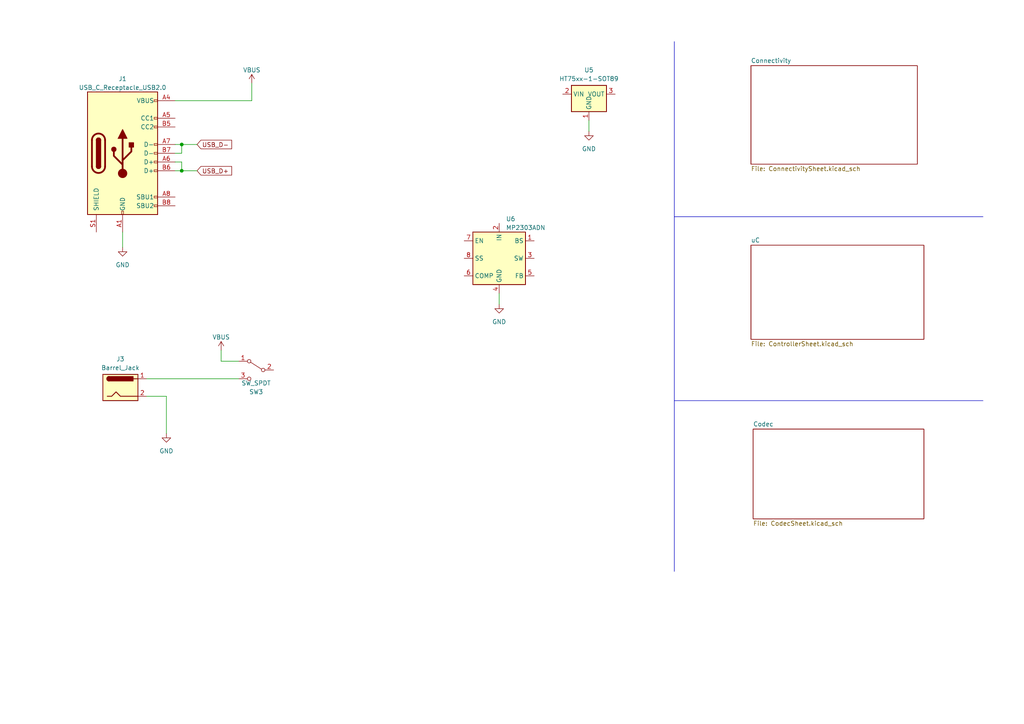
<source format=kicad_sch>
(kicad_sch (version 20230121) (generator eeschema)
  (paper "A4")
  (title_block (title "Effects Paddle") (date "2023-07-01") (rev "0.1") (company "Selbstständig"))
  (lib_symbols
    (symbol "Connector:Barrel_Jack" (pin_names (offset 1.016))
      (property "Reference" "J" (at 0 5.334 0))
      (property "Value" "Barrel_Jack" (at 0 -5.08 0))
      (symbol "Barrel_Jack_0_1"
        (rectangle (start -5.08 3.81) (end 5.08 -3.81) (stroke (width 0.254)) (fill (type background)))
        (arc (start -3.302 3.175) (mid -3.9343 2.54) (end -3.302 1.905) (stroke (width 0.254)))
        (arc (start -3.302 3.175) (mid -3.9343 2.54) (end -3.302 1.905) (stroke (width 0.254)) (fill (type outline)))
        (polyline (pts (xy 5.08 2.54) (xy 3.81 2.54)) (stroke (width 0.254)))
        (polyline (pts (xy -3.81 -2.54) (xy -2.54 -2.54) (xy -1.27 -1.27) (xy 0 -2.54) (xy 2.54 -2.54) (xy 5.08 -2.54)) (stroke (width 0.254)))
        (rectangle (start 3.683 3.175) (end -3.302 1.905) (stroke (width 0.254)) (fill (type outline)))
      )
      (symbol "Barrel_Jack_1_1"
        (pin passive line (at 7.62 2.54 180) (length 2.54) (name "~") (number "1"))
        (pin passive line (at 7.62 -2.54 180) (length 2.54) (name "~") (number "2"))
      )
    )
    (symbol "Connector:USB_C_Receptacle_USB2.0" (pin_names (offset 1.016))
      (property "Reference" "J" (at -10.16 19.05 0))
      (property "Value" "USB_C_Receptacle_USB2.0" (at 19.05 19.05 0))
      (symbol "USB_C_Receptacle_USB2.0_0_0"
        (rectangle (start -0.254 -17.78) (end 0.254 -16.764))
        (rectangle (start 10.16 -14.986) (end 9.144 -15.494))
        (rectangle (start 10.16 -12.446) (end 9.144 -12.954))
        (rectangle (start 10.16 -4.826) (end 9.144 -5.334))
        (rectangle (start 10.16 -2.286) (end 9.144 -2.794))
        (rectangle (start 10.16 0.254) (end 9.144 -0.254))
        (rectangle (start 10.16 2.794) (end 9.144 2.286))
        (rectangle (start 10.16 7.874) (end 9.144 7.366))
        (rectangle (start 10.16 10.414) (end 9.144 9.906))
        (rectangle (start 10.16 15.494) (end 9.144 14.986))
      )
      (symbol "USB_C_Receptacle_USB2.0_0_1"
        (rectangle (start -10.16 17.78) (end 10.16 -17.78) (stroke (width 0.254)) (fill (type background)))
        (arc (start -8.89 -3.81) (mid -6.985 -5.7067) (end -5.08 -3.81) (stroke (width 0.508)))
        (arc (start -7.62 -3.81) (mid -6.985 -4.4423) (end -6.35 -3.81) (stroke (width 0.254)))
        (arc (start -7.62 -3.81) (mid -6.985 -4.4423) (end -6.35 -3.81) (stroke (width 0.254)) (fill (type outline)))
        (rectangle (start -7.62 -3.81) (end -6.35 3.81) (stroke (width 0.254)) (fill (type outline)))
        (arc (start -6.35 3.81) (mid -6.985 4.4423) (end -7.62 3.81) (stroke (width 0.254)))
        (arc (start -6.35 3.81) (mid -6.985 4.4423) (end -7.62 3.81) (stroke (width 0.254)) (fill (type outline)))
        (arc (start -5.08 3.81) (mid -6.985 5.7067) (end -8.89 3.81) (stroke (width 0.508)))
        (circle (center -2.54 1.143) (radius 0.635) (stroke (width 0.254)) (fill (type outline)))
        (circle (center 0 -5.842) (radius 1.27) (fill (type outline)))
        (polyline (pts (xy -8.89 -3.81) (xy -8.89 3.81)) (stroke (width 0.508)))
        (polyline (pts (xy -5.08 3.81) (xy -5.08 -3.81)) (stroke (width 0.508)))
        (polyline (pts (xy 0 -5.842) (xy 0 4.318)) (stroke (width 0.508)))
        (polyline (pts (xy 0 -3.302) (xy -2.54 -0.762) (xy -2.54 0.508)) (stroke (width 0.508)))
        (polyline (pts (xy 0 -2.032) (xy 2.54 0.508) (xy 2.54 1.778)) (stroke (width 0.508)))
        (polyline (pts (xy -1.27 4.318) (xy 0 6.858) (xy 1.27 4.318) (xy -1.27 4.318)) (stroke (width 0.254)) (fill (type outline)))
        (rectangle (start 1.905 1.778) (end 3.175 3.048) (stroke (width 0.254)) (fill (type outline)))
      )
      (symbol "USB_C_Receptacle_USB2.0_1_1"
        (pin passive line (at 0 -22.86 90) (length 5.08) (name "GND") (number "A1"))
        (pin passive line (at 0 -22.86 90) (length 5.08) hide (name "GND") (number "A12"))
        (pin passive line (at 15.24 15.24 180) (length 5.08) (name "VBUS") (number "A4"))
        (pin bidirectional line (at 15.24 10.16 180) (length 5.08) (name "CC1") (number "A5"))
        (pin bidirectional line (at 15.24 -2.54 180) (length 5.08) (name "D+") (number "A6"))
        (pin bidirectional line (at 15.24 2.54 180) (length 5.08) (name "D-") (number "A7"))
        (pin bidirectional line (at 15.24 -12.7 180) (length 5.08) (name "SBU1") (number "A8"))
        (pin passive line (at 15.24 15.24 180) (length 5.08) hide (name "VBUS") (number "A9"))
        (pin passive line (at 0 -22.86 90) (length 5.08) hide (name "GND") (number "B1"))
        (pin passive line (at 0 -22.86 90) (length 5.08) hide (name "GND") (number "B12"))
        (pin passive line (at 15.24 15.24 180) (length 5.08) hide (name "VBUS") (number "B4"))
        (pin bidirectional line (at 15.24 7.62 180) (length 5.08) (name "CC2") (number "B5"))
        (pin bidirectional line (at 15.24 -5.08 180) (length 5.08) (name "D+") (number "B6"))
        (pin bidirectional line (at 15.24 0 180) (length 5.08) (name "D-") (number "B7"))
        (pin bidirectional line (at 15.24 -15.24 180) (length 5.08) (name "SBU2") (number "B8"))
        (pin passive line (at 15.24 15.24 180) (length 5.08) hide (name "VBUS") (number "B9"))
        (pin passive line (at -7.62 -22.86 90) (length 5.08) (name "SHIELD") (number "S1"))
      )
    )
    (symbol "Regulator_Linear:HT75xx-1-SOT89"
      (property "Reference" "U" (at -5.08 -3.81 0))
      (property "Value" "HT75xx-1-SOT89" (at 0 6.35 0))
      (symbol "HT75xx-1-SOT89_0_1"
        (rectangle (start -5.08 5.08) (end 5.08 -2.54) (stroke (width 0.254)) (fill (type background)))
      )
      (symbol "HT75xx-1-SOT89_1_1"
        (pin power_in line (at 0 -5.08 90) (length 2.54) (name "GND") (number "1"))
        (pin power_in line (at -7.62 2.54 0) (length 2.54) (name "VIN") (number "2"))
        (pin power_out line (at 7.62 2.54 180) (length 2.54) (name "VOUT") (number "3"))
      )
    )
    (symbol "Regulator_Switching:MP2303ADN"
      (property "Reference" "U" (at -7.366 8.636 0))
      (property "Value" "MP2303ADN" (at 7.62 8.89 0))
      (symbol "MP2303ADN_0_1"
        (rectangle (start -7.62 7.62) (end 7.62 -7.62) (stroke (width 0.254)) (fill (type background)))
      )
      (symbol "MP2303ADN_1_1"
        (pin passive line (at 10.16 5.08 180) (length 2.54) (name "BS") (number "1"))
        (pin power_in line (at 0 10.16 270) (length 2.54) (name "IN") (number "2"))
        (pin output line (at 10.16 0 180) (length 2.54) (name "SW") (number "3"))
        (pin power_in line (at 0 -10.16 90) (length 2.54) (name "GND") (number "4"))
        (pin input line (at 10.16 -5.08 180) (length 2.54) (name "FB") (number "5"))
        (pin passive line (at -10.16 -5.08 0) (length 2.54) (name "COMP") (number "6"))
        (pin input line (at -10.16 5.08 0) (length 2.54) (name "EN") (number "7"))
        (pin input line (at -10.16 0 0) (length 2.54) (name "SS") (number "8"))
      )
    )
    (symbol "Switch:SW_SPDT" (pin_names (offset 0) hide)
      (property "Reference" "SW" (at 0 4.318 0))
      (property "Value" "SW_SPDT" (at 0 -5.08 0))
      (symbol "SW_SPDT_0_0"
        (circle (center -2.032 0) (radius 0.508))
        (circle (center 2.032 -2.54) (radius 0.508))
      )
      (symbol "SW_SPDT_0_1"
        (polyline (pts (xy -1.524 0.254) (xy 1.651 2.286)))
        (circle (center 2.032 2.54) (radius 0.508))
      )
      (symbol "SW_SPDT_1_1"
        (pin passive line (at 5.08 2.54 180) (length 2.54) (name "A") (number "1"))
        (pin passive line (at -5.08 0 0) (length 2.54) (name "B") (number "2"))
        (pin passive line (at 5.08 -2.54 180) (length 2.54) (name "C") (number "3"))
      )
    )
    (symbol "power:GND" (power) (pin_names (offset 0))
      (property "Value" "GND" (at 0 -3.81 0))
      (symbol "GND_0_1"
        (polyline (pts (xy 0 0) (xy 0 -1.27) (xy 1.27 -1.27) (xy 0 -2.54) (xy -1.27 -1.27) (xy 0 -1.27)))
      )
      (symbol "GND_1_1"
        (pin power_in line (at 0 0 270) (length 0) hide (name "GND") (number "1"))
      )
    )
    (symbol "power:VBUS" (power) (pin_names (offset 0))
      (property "Value" "VBUS" (at 0 3.81 0))
      (symbol "VBUS_0_1"
        (polyline (pts (xy -0.762 1.27) (xy 0 2.54)))
        (polyline (pts (xy 0 0) (xy 0 2.54)))
        (polyline (pts (xy 0 2.54) (xy 0.762 1.27)))
      )
      (symbol "VBUS_1_1"
        (pin power_in line (at 0 0 90) (length 0) hide (name "VBUS") (number "1"))
      )
    )
  )
  (junction (at 52.705 49.53))
  (junction (at 52.705 41.91))
  (wire (pts (xy 144.78 88.265) (xy 144.78 85.09)))
  (wire (pts (xy 52.705 41.91) (xy 57.15 41.91)))
  (wire (pts (xy 52.705 41.91) (xy 52.705 44.45)))
  (wire (pts (xy 52.705 46.99) (xy 52.705 49.53)))
  (wire (pts (xy 42.545 109.855) (xy 69.215 109.855)))
  (polyline (pts (xy 195.58 116.205) (xy 285.115 116.205)))
  (polyline (pts (xy 195.58 62.865) (xy 285.115 62.865)))
  (wire (pts (xy 52.705 49.53) (xy 50.8 49.53)))
  (wire (pts (xy 64.135 104.775) (xy 69.215 104.775)))
  (wire (pts (xy 52.705 44.45) (xy 50.8 44.45)))
  (wire (pts (xy 48.26 125.73) (xy 48.26 114.935)))
  (wire (pts (xy 50.8 46.99) (xy 52.705 46.99)))
  (wire (pts (xy 57.15 49.53) (xy 52.705 49.53)))
  (wire (pts (xy 73.025 24.13) (xy 73.025 29.21)))
  (wire (pts (xy 64.135 101.6) (xy 64.135 104.775)))
  (wire (pts (xy 73.025 29.21) (xy 50.8 29.21)))
  (wire (pts (xy 48.26 114.935) (xy 42.545 114.935)))
  (wire (pts (xy 50.8 41.91) (xy 52.705 41.91)))
  (wire (pts (xy 170.815 34.925) (xy 170.815 38.1)))
  (wire (pts (xy 35.56 67.31) (xy 35.56 71.755)))
  (polyline (pts (xy 195.58 12.065) (xy 195.58 165.735)))
  (global_label "USB_D+" (shape input) (at 57.15 49.53 0) (property "Intersheetrefs" "${INTERSHEET_REFS}" (effects hide)))
  (global_label "USB_D-" (shape input) (at 57.15 41.91 0) (property "Intersheetrefs" "${INTERSHEET_REFS}" (effects hide)))
  (symbol (lib_id "power:VBUS") (at 73.025 24.13 0) (unit 1)
    (property "Reference" "#PWR011" (effects hide))
    (property "Value" "VBUS" (at 73.025 20.32 0))
  )
  (symbol (lib_id "power:GND") (at 144.78 88.265 0) (unit 1)
    (property "Reference" "#PWR014" (effects hide))
    (property "Value" "GND" (at 144.78 93.345 0))
  )
  (symbol (lib_id "Switch:SW_SPDT") (at 74.295 107.315 0) (mirror y) (unit 1)
    (property "Reference" "SW3" (at 74.295 113.665 0))
    (property "Value" "SW_SPDT" (at 74.295 111.125 0))
    (property "Sim.Enable" "0" (effects hide))
  )
  (symbol (lib_id "Regulator_Linear:HT75xx-1-SOT89") (at 170.815 29.845 0) (unit 1)
    (property "Reference" "U5" (at 170.815 20.32 0))
    (property "Value" "HT75xx-1-SOT89" (at 170.815 22.86 0))
    (property "Footprint" "Package_TO_SOT_SMD:SOT-89-3" (effects hide))
    (property "Datasheet" "https://www.holtek.com/documents/10179/116711/HT75xx-1v250.pdf" (effects hide))
    (property "Sim.Enable" "0" (effects hide))
  )
  (symbol (lib_id "Connector:Barrel_Jack") (at 34.925 112.395 0) (unit 1)
    (property "Reference" "J3" (at 34.925 104.14 0))
    (property "Value" "Barrel_Jack" (at 34.925 106.68 0))
    (property "Sim.Enable" "0" (effects hide))
  )
  (symbol (lib_id "power:GND") (at 35.56 71.755 0) (unit 1)
    (property "Reference" "#PWR016" (effects hide))
    (property "Value" "GND" (at 35.56 76.835 0))
  )
  (symbol (lib_id "power:GND") (at 170.815 38.1 0) (unit 1)
    (property "Reference" "#PWR015" (effects hide))
    (property "Value" "GND" (at 170.815 43.18 0))
  )
  (symbol (lib_id "Regulator_Switching:MP2303ADN") (at 144.78 74.93 0) (unit 1)
    (property "Reference" "U6" (at 146.7359 63.5 0) (effects (justify left)))
    (property "Value" "MP2303ADN" (at 146.7359 66.04 0) (effects (justify left)))
    (property "Footprint" "Package_SO:SOIC-8-1EP_3.9x4.9mm_P1.27mm_EP2.62x3.51mm" (effects hide))
    (property "Datasheet" "https://www.monolithicpower.com/pub/media/document/MP2303A_r1.1.pdf" (effects hide))
    (property "Sim.Enable" "0" (effects hide))
  )
  (symbol (lib_id "power:VBUS") (at 64.135 101.6 0) (unit 1)
    (property "Reference" "#PWR012" (effects hide))
    (property "Value" "VBUS" (at 64.135 97.79 0))
  )
  (symbol (lib_id "Connector:USB_C_Receptacle_USB2.0") (at 35.56 44.45 0) (unit 1)
    (property "Reference" "J1" (at 35.56 22.86 0))
    (property "Value" "USB_C_Receptacle_USB2.0" (at 35.56 25.4 0))
    (property "Datasheet" "https://www.usb.org/sites/default/files/documents/usb_type-c.zip" (effects hide))
    (property "Sim.Enable" "0" (effects hide))
  )
  (symbol (lib_id "power:GND") (at 48.26 125.73 0) (unit 1)
    (property "Reference" "#PWR013" (effects hide))
    (property "Value" "GND" (at 48.26 130.81 0))
  )
  (sheet (at 217.805 71.12) (size 50.165 27.305) (stroke (width 0.1524))
    (property "Sheetname" "uC" (at 217.805 70.4084 0) (effects (justify left bottom)))
    (property "Sheetfile" "ControllerSheet.kicad_sch" (at 217.805 99.0096 0) (effects (justify left top)))
  )
  (sheet (at 218.44 124.46) (size 49.53 26.035) (stroke (width 0.1524))
    (property "Sheetname" "Codec" (at 218.44 123.7484 0) (effects (justify left bottom)))
    (property "Sheetfile" "CodecSheet.kicad_sch" (at 218.44 151.0796 0) (effects (justify left top)))
  )
  (sheet (at 217.805 19.05) (size 48.26 28.575) (stroke (width 0.1524))
    (property "Sheetname" "Connectivity" (at 217.805 18.3384 0) (effects (justify left bottom)))
    (property "Sheetfile" "ConnectivitySheet.kicad_sch" (at 217.805 48.2096 0) (effects (justify left top)))
  )
)
</source>
